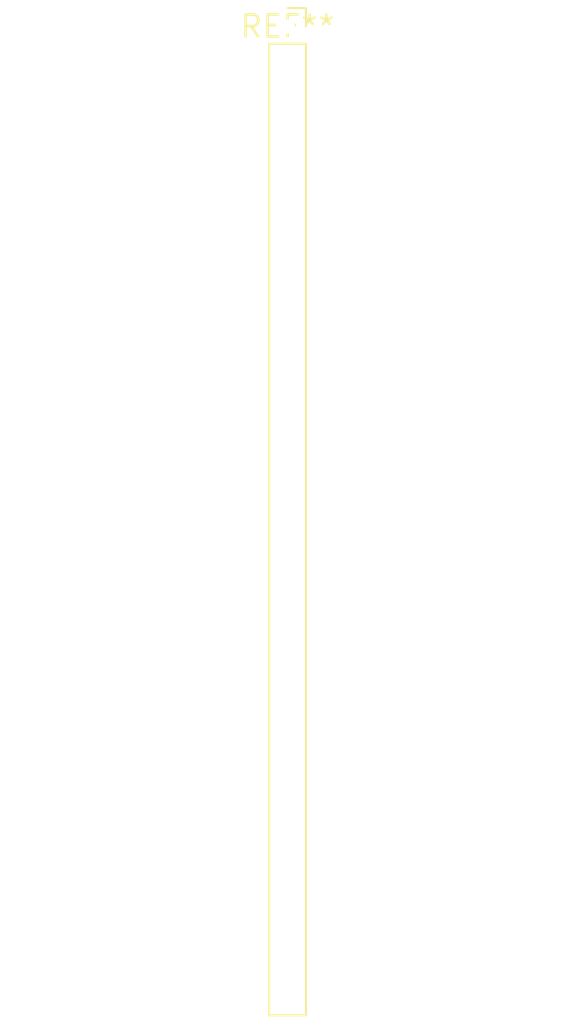
<source format=kicad_pcb>
(kicad_pcb (version 20240108) (generator pcbnew)
  (layers (0 "F.Cu" signal) (31 "B.Cu" signal) (34 "B.Paste" user) (35 "F.Paste" user) (36 "B.SilkS" user "B.Silkscreen") (37 "F.SilkS" user "F.Silkscreen") (38 "B.Mask" user) (39 "F.Mask" user) (44 "Edge.Cuts" user))
  (net 0 "")
  (footprint "PinSocket_1x29_P2.00mm_Vertical" (layer "F.Cu") (at 0 0)
    (property "Reference" "REF**")
    (property "Value" "PinSocket_1x29_P2.00mm_Vertical")
    (fp_line (start -1.06 1) (end -1.06 57.06) (layer "F.SilkS") (stroke (width 0.12)))
    (fp_line (start -1.06 1) (end 1.06 1) (layer "F.SilkS") (stroke (width 0.12)))
    (fp_line (start -1.06 57.06) (end 1.06 57.06) (layer "F.SilkS") (stroke (width 0.12)))
    (fp_line (start 0 -1.06) (end 1.06 -1.06) (layer "F.SilkS") (stroke (width 0.12)))
    (fp_line (start 1.06 -1.06) (end 1.06 0) (layer "F.SilkS") (stroke (width 0.12)))
    (fp_line (start 1.06 1) (end 1.06 57.06) (layer "F.SilkS") (stroke (width 0.12)))
    (pad "1" thru_hole rect (at 0 0) (size 1.35 1.35) (drill 0.8) (layers *.Cu *.Mask) (remove_unused_layers))
    (pad "2" thru_hole oval (at 0 2) (size 1.35 1.35) (drill 0.8) (layers *.Cu *.Mask) (remove_unused_layers))
    (pad "3" thru_hole oval (at 0 4) (size 1.35 1.35) (drill 0.8) (layers *.Cu *.Mask) (remove_unused_layers))
    (pad "4" thru_hole oval (at 0 6) (size 1.35 1.35) (drill 0.8) (layers *.Cu *.Mask) (remove_unused_layers))
    (pad "5" thru_hole oval (at 0 8) (size 1.35 1.35) (drill 0.8) (layers *.Cu *.Mask) (remove_unused_layers))
    (pad "6" thru_hole oval (at 0 10) (size 1.35 1.35) (drill 0.8) (layers *.Cu *.Mask) (remove_unused_layers))
    (pad "7" thru_hole oval (at 0 12) (size 1.35 1.35) (drill 0.8) (layers *.Cu *.Mask) (remove_unused_layers))
    (pad "8" thru_hole oval (at 0 14) (size 1.35 1.35) (drill 0.8) (layers *.Cu *.Mask) (remove_unused_layers))
    (pad "9" thru_hole oval (at 0 16) (size 1.35 1.35) (drill 0.8) (layers *.Cu *.Mask) (remove_unused_layers))
    (pad "10" thru_hole oval (at 0 18) (size 1.35 1.35) (drill 0.8) (layers *.Cu *.Mask) (remove_unused_layers))
    (pad "11" thru_hole oval (at 0 20) (size 1.35 1.35) (drill 0.8) (layers *.Cu *.Mask) (remove_unused_layers))
    (pad "12" thru_hole oval (at 0 22) (size 1.35 1.35) (drill 0.8) (layers *.Cu *.Mask) (remove_unused_layers))
    (pad "13" thru_hole oval (at 0 24) (size 1.35 1.35) (drill 0.8) (layers *.Cu *.Mask) (remove_unused_layers))
    (pad "14" thru_hole oval (at 0 26) (size 1.35 1.35) (drill 0.8) (layers *.Cu *.Mask) (remove_unused_layers))
    (pad "15" thru_hole oval (at 0 28) (size 1.35 1.35) (drill 0.8) (layers *.Cu *.Mask) (remove_unused_layers))
    (pad "16" thru_hole oval (at 0 30) (size 1.35 1.35) (drill 0.8) (layers *.Cu *.Mask) (remove_unused_layers))
    (pad "17" thru_hole oval (at 0 32) (size 1.35 1.35) (drill 0.8) (layers *.Cu *.Mask) (remove_unused_layers))
    (pad "18" thru_hole oval (at 0 34) (size 1.35 1.35) (drill 0.8) (layers *.Cu *.Mask) (remove_unused_layers))
    (pad "19" thru_hole oval (at 0 36) (size 1.35 1.35) (drill 0.8) (layers *.Cu *.Mask) (remove_unused_layers))
    (pad "20" thru_hole oval (at 0 38) (size 1.35 1.35) (drill 0.8) (layers *.Cu *.Mask) (remove_unused_layers))
    (pad "21" thru_hole oval (at 0 40) (size 1.35 1.35) (drill 0.8) (layers *.Cu *.Mask) (remove_unused_layers))
    (pad "22" thru_hole oval (at 0 42) (size 1.35 1.35) (drill 0.8) (layers *.Cu *.Mask) (remove_unused_layers))
    (pad "23" thru_hole oval (at 0 44) (size 1.35 1.35) (drill 0.8) (layers *.Cu *.Mask) (remove_unused_layers))
    (pad "24" thru_hole oval (at 0 46) (size 1.35 1.35) (drill 0.8) (layers *.Cu *.Mask) (remove_unused_layers))
    (pad "25" thru_hole oval (at 0 48) (size 1.35 1.35) (drill 0.8) (layers *.Cu *.Mask) (remove_unused_layers))
    (pad "26" thru_hole oval (at 0 50) (size 1.35 1.35) (drill 0.8) (layers *.Cu *.Mask) (remove_unused_layers))
    (pad "27" thru_hole oval (at 0 52) (size 1.35 1.35) (drill 0.8) (layers *.Cu *.Mask) (remove_unused_layers))
    (pad "28" thru_hole oval (at 0 54) (size 1.35 1.35) (drill 0.8) (layers *.Cu *.Mask) (remove_unused_layers))
    (pad "29" thru_hole oval (at 0 56) (size 1.35 1.35) (drill 0.8) (layers *.Cu *.Mask) (remove_unused_layers))
  )
)
</source>
